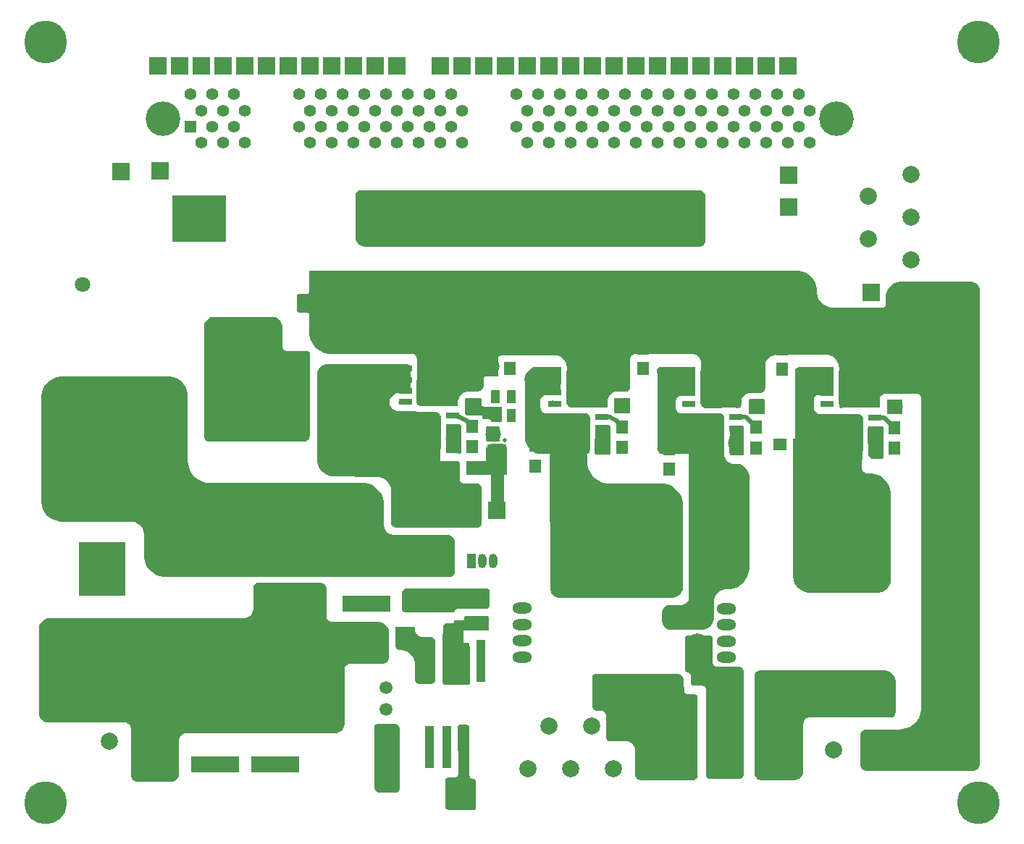
<source format=gtl>
G04 Layer_Physical_Order=1*
G04 Layer_Color=255*
%FSLAX44Y44*%
%MOMM*%
G71*
G01*
G75*
%ADD10C,0.3000*%
%ADD11R,5.7000X1.9000*%
%ADD12R,1.0000X5.0000*%
%ADD13R,1.0000X1.5000*%
%ADD14R,1.2500X1.5000*%
%ADD15R,1.5000X0.8000*%
%ADD16R,1.2000X0.8000*%
%ADD17R,0.4000X0.3500*%
%ADD18R,0.9000X0.3500*%
%ADD19R,4.0000X5.5000*%
%ADD20R,2.7000X1.6000*%
%ADD21R,5.5000X5.8000*%
%ADD22R,6.3500X5.4000*%
%ADD23R,5.4000X6.3500*%
%ADD24R,5.8000X5.5000*%
%ADD25R,1.4000X1.5000*%
%ADD26R,1.5000X1.4000*%
%ADD27C,1.5000*%
%ADD28C,0.5000*%
%ADD29C,1.0000*%
%ADD30R,3.9000X4.0000*%
%ADD31R,2.0000X2.0000*%
%ADD32R,2.0000X2.0000*%
%ADD33O,1.9000X2.5400*%
%ADD34O,2.3000X1.3000*%
%ADD35C,1.5000*%
%ADD36C,2.0000*%
%ADD37R,1.0000X1.7000*%
%ADD38O,1.0000X1.7000*%
%ADD39O,2.0000X2.5000*%
%ADD40C,5.0000*%
%ADD41C,1.4000*%
%ADD42R,1.4000X1.4000*%
%ADD43C,4.0400*%
%ADD44C,1.8000*%
%ADD45C,0.5000*%
%ADD46C,0.4000*%
%ADD47C,2.5000*%
%ADD48C,0.6000*%
%ADD49C,4.5000*%
G36*
X632460Y539778D02*
X632589Y539649D01*
X632729Y539312D01*
Y538946D01*
X632589Y538609D01*
X632460Y538480D01*
X632538Y535253D01*
X631809Y509644D01*
X629413Y507228D01*
X615950Y506730D01*
X615950Y506730D01*
X614781Y506683D01*
X612529Y506077D01*
X610552Y504838D01*
X609023Y503076D01*
X608471Y502045D01*
X608471Y491490D01*
X608471Y491490D01*
X608600Y490781D01*
X609063Y489417D01*
X609783Y488171D01*
X610732Y487088D01*
X611875Y486212D01*
X613166Y485575D01*
X614557Y485203D01*
X615994Y485109D01*
X616712Y485168D01*
X661924D01*
X661924Y485168D01*
X662786Y485014D01*
X664260Y484069D01*
X665260Y482632D01*
X665634Y480922D01*
X665480Y480060D01*
X665480Y441452D01*
X665480Y441452D01*
X665578Y440849D01*
X665298Y439658D01*
X664583Y438666D01*
X663543Y438022D01*
X662940Y437924D01*
X662679D01*
X663250Y436544D01*
Y435500D01*
Y428650D01*
X663372Y426160D01*
X664344Y421277D01*
X666249Y416676D01*
X669016Y412536D01*
X672536Y409016D01*
X676676Y406249D01*
X681277Y404344D01*
X686160Y403372D01*
X688650Y403250D01*
X752102D01*
X757009Y402274D01*
X761631Y400359D01*
X765791Y397579D01*
X769329Y394041D01*
X772109Y389881D01*
X774024Y385259D01*
X775000Y380352D01*
Y377850D01*
Y282500D01*
Y281244D01*
X774510Y278781D01*
X773549Y276461D01*
X772154Y274372D01*
X770378Y272596D01*
X768289Y271201D01*
X765969Y270240D01*
X763506Y269750D01*
X629240D01*
X627260Y270144D01*
X625395Y270917D01*
X623716Y272038D01*
X622288Y273466D01*
X621167Y275145D01*
X620394Y277010D01*
X620000Y278990D01*
Y280000D01*
Y282250D01*
X619000Y435500D01*
Y436544D01*
X619571Y437924D01*
X608048D01*
X608047Y437924D01*
X606147Y438075D01*
X602478Y439115D01*
X599083Y440851D01*
X596093Y443216D01*
X593622Y446119D01*
X591765Y449450D01*
X590595Y453078D01*
X590156Y456866D01*
X590310Y458766D01*
X590310Y520206D01*
X590310Y520205D01*
X589934Y521758D01*
X589804Y524949D01*
X590298Y528105D01*
X591399Y531104D01*
X593064Y533830D01*
X595229Y536180D01*
X597810Y538061D01*
X600709Y539403D01*
X602262Y539778D01*
X632460Y539778D01*
X632460Y539778D01*
D02*
G37*
G36*
X547633Y279695D02*
X548195Y279133D01*
X548500Y278398D01*
Y278000D01*
Y261000D01*
Y260055D01*
X547777Y258309D01*
X546441Y256973D01*
X544695Y256250D01*
X510750D01*
X510165Y256192D01*
X509083Y255744D01*
X508256Y254917D01*
X507808Y253835D01*
X507750Y253250D01*
Y253151D01*
X507674Y252967D01*
X507533Y252826D01*
X507349Y252750D01*
X449554D01*
X448267Y253283D01*
X447283Y254267D01*
X446750Y255554D01*
Y256250D01*
Y275750D01*
Y276595D01*
X447397Y278157D01*
X448593Y279353D01*
X450155Y280000D01*
X546898D01*
X547633Y279695D01*
D02*
G37*
G36*
X769112Y180594D02*
X769924Y180461D01*
X771464Y179883D01*
X772861Y179015D01*
X774063Y177892D01*
X775023Y176555D01*
X775703Y175058D01*
X776078Y173456D01*
X776133Y171812D01*
X776000Y171000D01*
X776000D01*
X776190Y159343D01*
X777045Y158064D01*
X778934Y156875D01*
X781144Y156558D01*
X782250Y156750D01*
X782250D01*
X787500Y156750D01*
X788445D01*
X790191Y156027D01*
X791527Y154691D01*
X792250Y152945D01*
Y152000D01*
X792250Y62000D01*
X792336Y60969D01*
X791705Y59000D01*
X790369Y57421D01*
X788531Y56474D01*
X787500Y56388D01*
X787500Y56388D01*
X770879D01*
X770879Y56388D01*
X770128Y56388D01*
X725003D01*
X723678Y56652D01*
X722430Y57168D01*
X721306Y57919D01*
X720351Y58874D01*
X719601Y59998D01*
X719083Y61246D01*
X718820Y62571D01*
Y63246D01*
Y91948D01*
X718775Y92869D01*
X718415Y94676D01*
X717710Y96378D01*
X716687Y97910D01*
X715384Y99213D01*
X713852Y100236D01*
X712150Y100941D01*
X710343Y101301D01*
X709422Y101346D01*
X689412D01*
X687638Y102081D01*
X686281Y103438D01*
X685546Y105212D01*
Y106172D01*
Y131064D01*
X685429Y132253D01*
X684519Y134451D01*
X682837Y136133D01*
X680639Y137043D01*
X679450Y137160D01*
X673665D01*
X671425Y138088D01*
X669710Y139803D01*
X668782Y142043D01*
Y143256D01*
Y176784D01*
X668782Y177542D01*
X669362Y178942D01*
X670434Y180014D01*
X671834Y180594D01*
X672592Y180594D01*
X672592Y180594D01*
X769112Y180594D01*
D02*
G37*
G36*
X173228Y528320D02*
X175480Y528320D01*
X179896Y527441D01*
X184056Y525718D01*
X187800Y523217D01*
X190984Y520032D01*
X193486Y516288D01*
X195209Y512128D01*
X196088Y507711D01*
X196088Y505460D01*
X196088Y505460D01*
Y429514D01*
X196210Y427024D01*
X197182Y422141D01*
X199087Y417541D01*
X201854Y413400D01*
X205374Y409879D01*
X209515Y407113D01*
X214115Y405208D01*
X218998Y404236D01*
X221488Y404114D01*
X402298D01*
X407205Y403138D01*
X411827Y401223D01*
X415988Y398443D01*
X419525Y394906D01*
X422305Y390745D01*
X424220Y386123D01*
X425196Y381216D01*
Y378714D01*
Y354554D01*
X425251Y353437D01*
X425687Y351245D01*
X426542Y349180D01*
X427784Y347322D01*
X429364Y345742D01*
X431222Y344500D01*
X433287Y343645D01*
X435479Y343209D01*
X436596Y343154D01*
X436596D01*
X498602Y343154D01*
X499553D01*
X501417Y342783D01*
X503174Y342056D01*
X504755Y340999D01*
X506099Y339655D01*
X507155Y338074D01*
X507883Y336317D01*
X508254Y334453D01*
Y333502D01*
Y300482D01*
Y299832D01*
X508000Y298556D01*
X507502Y297354D01*
X506780Y296272D01*
X505860Y295352D01*
X504778Y294630D01*
X503576Y294132D01*
X502300Y293878D01*
X167678D01*
X162771Y294854D01*
X158149Y296769D01*
X153988Y299548D01*
X150450Y303086D01*
X147671Y307247D01*
X145756Y311869D01*
X144780Y316776D01*
Y319278D01*
X144780Y343154D01*
X144705Y344673D01*
X144113Y347652D01*
X142950Y350458D01*
X141263Y352983D01*
X139115Y355131D01*
X136590Y356819D01*
X133784Y357981D01*
X130805Y358573D01*
X129286Y358648D01*
X129286Y358648D01*
X47282D01*
X42375Y359624D01*
X37753Y361539D01*
X33592Y364319D01*
X30055Y367856D01*
X27275Y372017D01*
X25360Y376639D01*
X24384Y381546D01*
Y384048D01*
Y502920D01*
Y505422D01*
X25360Y510329D01*
X27275Y514951D01*
X30055Y519112D01*
X33592Y522649D01*
X37753Y525429D01*
X42375Y527344D01*
X47282Y528320D01*
X49784D01*
X173228Y528320D01*
D02*
G37*
G36*
X687169Y471613D02*
X687860Y471485D01*
X689038Y470721D01*
X689835Y469564D01*
X690127Y468190D01*
X690000Y467500D01*
X690000Y467500D01*
X690000Y438250D01*
X689811Y437826D01*
X689136Y437187D01*
X688269Y436854D01*
X687340Y436879D01*
X686916Y437069D01*
X674215Y437069D01*
X673761D01*
X672921Y437417D01*
X672278Y438060D01*
X671929Y438900D01*
Y439355D01*
X672184Y470597D01*
Y470851D01*
Y471002D01*
X672299Y471282D01*
X672514Y471497D01*
X672794Y471613D01*
X672945D01*
X687169Y471613D01*
D02*
G37*
G36*
X845303Y470899D02*
X845803Y470399D01*
X846074Y469746D01*
Y469392D01*
Y437642D01*
Y437339D01*
X845842Y436779D01*
X845413Y436350D01*
X844853Y436118D01*
X830988D01*
X830335Y436389D01*
X829835Y436889D01*
X829564Y437542D01*
Y437896D01*
X829818Y469392D01*
Y470662D01*
Y470763D01*
X829895Y470950D01*
X830038Y471093D01*
X830225Y471170D01*
X844650D01*
X845303Y470899D01*
D02*
G37*
G36*
X565268Y449422D02*
Y445798D01*
X569468D01*
X569468Y415572D01*
Y415117D01*
X569120Y414277D01*
X568477Y413634D01*
X567637Y413286D01*
X523344D01*
X522597Y413595D01*
X522025Y414167D01*
X521716Y414914D01*
Y415318D01*
Y428526D01*
Y428627D01*
X521793Y428814D01*
X521936Y428957D01*
X522123Y429034D01*
X543052D01*
X543349Y429063D01*
X543899Y429291D01*
X544319Y429711D01*
X544547Y430261D01*
X544576Y430558D01*
X544576Y445798D01*
X549518D01*
Y449422D01*
X565268Y449422D01*
D02*
G37*
G36*
X353357Y286493D02*
X354651Y285957D01*
X355816Y285178D01*
X356806Y284188D01*
X357585Y283023D01*
X358121Y281728D01*
X358394Y280354D01*
Y279654D01*
Y247650D01*
X358521Y246362D01*
X359507Y243981D01*
X361329Y242159D01*
X363710Y241173D01*
X364998Y241046D01*
X420555D01*
X422910Y240577D01*
X425129Y239658D01*
X427126Y238324D01*
X428824Y236626D01*
X430158Y234629D01*
X431077Y232410D01*
X431546Y230055D01*
Y228854D01*
Y200660D01*
Y199809D01*
X431214Y198141D01*
X430563Y196569D01*
X429618Y195155D01*
X428415Y193952D01*
X427001Y193007D01*
X425429Y192356D01*
X423761Y192024D01*
X385318D01*
X384178Y191912D01*
X382072Y191039D01*
X380461Y189428D01*
X379588Y187322D01*
X379476Y186182D01*
Y122174D01*
Y121098D01*
X379056Y118988D01*
X378233Y117001D01*
X377038Y115212D01*
X375516Y113690D01*
X373727Y112495D01*
X371740Y111672D01*
X369630Y111252D01*
X194818D01*
X193922Y111208D01*
X192164Y110858D01*
X190508Y110172D01*
X189017Y109176D01*
X187750Y107909D01*
X186754Y106418D01*
X186068Y104762D01*
X185718Y103004D01*
X185674Y102108D01*
Y64516D01*
Y63490D01*
X185274Y61478D01*
X184489Y59583D01*
X183349Y57877D01*
X181898Y56427D01*
X180193Y55287D01*
X178298Y54502D01*
X176286Y54102D01*
X136867D01*
X135297Y54414D01*
X133818Y55027D01*
X132487Y55917D01*
X131355Y57049D01*
X130465Y58380D01*
X129852Y59859D01*
X129540Y61429D01*
Y62230D01*
Y116078D01*
X129503Y116825D01*
X129212Y118290D01*
X128640Y119670D01*
X127810Y120912D01*
X126754Y121968D01*
X125512Y122798D01*
X124132Y123370D01*
X122667Y123661D01*
X121920Y123698D01*
X32148D01*
X29940Y124137D01*
X27860Y124999D01*
X25988Y126250D01*
X24396Y127842D01*
X23145Y129714D01*
X22283Y131794D01*
X21844Y134002D01*
Y135128D01*
Y231902D01*
Y233278D01*
X22381Y235977D01*
X23434Y238519D01*
X24963Y240807D01*
X26909Y242753D01*
X29197Y244282D01*
X31739Y245335D01*
X34438Y245872D01*
X261874D01*
X262945Y245925D01*
X265044Y246342D01*
X267023Y247162D01*
X268803Y248351D01*
X270317Y249865D01*
X271506Y251645D01*
X272326Y253624D01*
X272743Y255723D01*
X272796Y256794D01*
Y281432D01*
Y282493D01*
X273608Y284454D01*
X275109Y285954D01*
X277069Y286766D01*
X351982D01*
X353357Y286493D01*
D02*
G37*
G36*
X441399Y121087D02*
X443087Y119399D01*
X444000Y117193D01*
Y116000D01*
Y47000D01*
Y46005D01*
X443239Y44168D01*
X441832Y42761D01*
X439995Y42000D01*
X418806D01*
X416601Y42913D01*
X414913Y44601D01*
X414000Y46807D01*
Y48000D01*
Y118000D01*
Y118796D01*
X414609Y120266D01*
X415734Y121391D01*
X417204Y122000D01*
X439193D01*
X441399Y121087D01*
D02*
G37*
G36*
X523544Y120744D02*
X524830Y119458D01*
X525526Y117777D01*
Y116868D01*
Y61496D01*
X525594Y60802D01*
X526125Y59520D01*
X527106Y58539D01*
X528388Y58008D01*
X529082Y57940D01*
X529890D01*
X531384Y57321D01*
X532527Y56178D01*
X533146Y54684D01*
Y53876D01*
Y23904D01*
Y23449D01*
X532798Y22609D01*
X532155Y21966D01*
X531315Y21618D01*
X500283D01*
X498696Y22275D01*
X497481Y23490D01*
X496824Y25077D01*
Y25936D01*
Y54638D01*
Y55648D01*
X497597Y57516D01*
X499026Y58945D01*
X500894Y59718D01*
X508762D01*
X509456Y59786D01*
X510738Y60317D01*
X511719Y61298D01*
X512250Y62580D01*
X512318Y63274D01*
X511810Y116106D01*
Y118392D01*
Y118998D01*
X512274Y120119D01*
X513131Y120976D01*
X514252Y121440D01*
X521863D01*
X523544Y120744D01*
D02*
G37*
G36*
X807634Y225364D02*
X808548Y224732D01*
X809150Y223797D01*
X809250Y223250D01*
X809250Y223250D01*
Y194500D01*
X809360Y193378D01*
X810219Y191305D01*
X811805Y189719D01*
X813878Y188860D01*
X814999Y188750D01*
X815000D01*
X832750Y188750D01*
X840944D01*
X843149Y187836D01*
X844837Y186149D01*
X845750Y183943D01*
Y182750D01*
X845750Y62750D01*
X845775Y61830D01*
X845117Y60111D01*
X843851Y58775D01*
X842170Y58025D01*
X841250Y58000D01*
X841250D01*
X833896Y58000D01*
Y58000D01*
X806000D01*
X805204Y58000D01*
X803734Y58609D01*
X802609Y59734D01*
X802000Y61204D01*
X802000Y62000D01*
Y62000D01*
X802000Y162500D01*
X801923Y163280D01*
X801326Y164722D01*
X800222Y165826D01*
X798780Y166423D01*
X798000Y166500D01*
X798000Y166500D01*
X787750D01*
X787054Y166500D01*
X785767Y167033D01*
X784783Y168017D01*
X784250Y169304D01*
X784250Y170000D01*
Y170000D01*
X784250Y178188D01*
X784183Y178836D01*
X783744Y180060D01*
X782939Y181081D01*
X781853Y181795D01*
X781238Y182012D01*
Y182012D01*
X780528Y181954D01*
X779191Y182445D01*
X778183Y183452D01*
X777692Y184790D01*
X777750Y185500D01*
X777750Y185500D01*
X777750Y222750D01*
X777750Y223297D01*
X778169Y224307D01*
X778942Y225081D01*
X779952Y225499D01*
X780499D01*
X780500Y225500D01*
X806000Y225500D01*
X806547Y225599D01*
X807634Y225364D01*
D02*
G37*
G36*
X460713Y235293D02*
X461071Y234935D01*
X461264Y234469D01*
Y234216D01*
X461317Y233145D01*
X461734Y231045D01*
X462554Y229067D01*
X463743Y227287D01*
X465257Y225773D01*
X467037Y224584D01*
X469016Y223764D01*
X471115Y223347D01*
X472186Y223294D01*
X479806D01*
X479806Y223294D01*
X480867Y223294D01*
X482827Y222482D01*
X484328Y220981D01*
X485140Y219021D01*
X485140Y217960D01*
X485140Y173256D01*
Y172346D01*
X484444Y170666D01*
X483158Y169380D01*
X481477Y168684D01*
X466852D01*
X466852Y168684D01*
X465791Y168684D01*
X463830Y169496D01*
X462330Y170996D01*
X461518Y172957D01*
X461518Y174018D01*
Y191544D01*
X461437Y193187D01*
X460796Y196410D01*
X459538Y199447D01*
X457713Y202179D01*
X455389Y204503D01*
X452657Y206329D01*
X449620Y207586D01*
X446397Y208227D01*
X444754Y208308D01*
X443592Y208308D01*
X441445Y209197D01*
X439801Y210841D01*
X438912Y212988D01*
X438912Y214150D01*
Y227104D01*
Y235486D01*
X460247D01*
X460713Y235293D01*
D02*
G37*
G36*
X547725Y247672D02*
X548154Y247243D01*
X548386Y246683D01*
Y246380D01*
Y232918D01*
Y232665D01*
X548193Y232199D01*
X547835Y231841D01*
X547369Y231648D01*
X519430D01*
X519182Y231624D01*
X518724Y231434D01*
X518374Y231084D01*
X518184Y230626D01*
X518160Y230378D01*
Y218186D01*
X518189Y217889D01*
X518417Y217339D01*
X518837Y216919D01*
X519387Y216691D01*
X519684Y216662D01*
X523898D01*
X524645Y216353D01*
X525217Y215781D01*
X525526Y215034D01*
Y214630D01*
Y212828D01*
X525780Y212215D01*
Y211356D01*
Y169954D01*
Y169449D01*
X525393Y168515D01*
X524679Y167801D01*
X523745Y167414D01*
X496060D01*
X495250Y167749D01*
X494631Y168369D01*
X494295Y169178D01*
Y169616D01*
X493522Y171483D01*
Y172494D01*
X493776Y211610D01*
Y212626D01*
Y213232D01*
X494240Y214352D01*
X494295Y214408D01*
Y234961D01*
Y235868D01*
X494990Y237545D01*
X496273Y238828D01*
X497949Y239522D01*
X504698D01*
X505193Y239571D01*
X506109Y239950D01*
X506810Y240651D01*
X507189Y241566D01*
X507238Y242062D01*
Y242315D01*
X507431Y242781D01*
X507789Y243139D01*
X508255Y243332D01*
X517398D01*
X517745Y243366D01*
X518386Y243632D01*
X518876Y244122D01*
X519142Y244763D01*
X519176Y245110D01*
Y246380D01*
Y246683D01*
X519408Y247243D01*
X519837Y247672D01*
X520397Y247904D01*
X547165D01*
X547725Y247672D01*
D02*
G37*
G36*
X1014265Y184150D02*
X1016668Y183155D01*
X1018832Y181709D01*
X1020671Y179870D01*
X1022117Y177706D01*
X1023112Y175303D01*
X1023620Y172751D01*
Y171450D01*
Y136144D01*
Y135469D01*
X1023356Y134144D01*
X1022840Y132895D01*
X1022089Y131772D01*
X1021134Y130817D01*
X1020011Y130066D01*
X1018762Y129550D01*
X1017437Y129286D01*
X1016762D01*
X923036Y129286D01*
X922314Y129250D01*
X920898Y128969D01*
X919564Y128416D01*
X918363Y127614D01*
X917342Y126593D01*
X916540Y125392D01*
X915987Y124058D01*
X915705Y122642D01*
X915670Y121920D01*
X915670Y121920D01*
Y67056D01*
Y66005D01*
X915260Y63944D01*
X914456Y62003D01*
X913288Y60255D01*
X911802Y58770D01*
X910055Y57602D01*
X908114Y56798D01*
X906053Y56388D01*
X867410D01*
X866023Y56388D01*
X863368Y57189D01*
X861058Y58722D01*
X859289Y60858D01*
X858750Y62135D01*
Y62135D01*
Y180112D01*
X859225Y181131D01*
X860707Y182821D01*
X862604Y184029D01*
X864762Y184658D01*
X865886D01*
X865886Y184658D01*
X1011713D01*
X1014265Y184150D01*
D02*
G37*
G36*
X512920Y472863D02*
X513610Y472735D01*
X514789Y471971D01*
X515585Y470814D01*
X515878Y469440D01*
X515750Y468750D01*
X515750Y468750D01*
X515750Y439500D01*
X515561Y439076D01*
X514886Y438437D01*
X514019Y438104D01*
X513090Y438130D01*
X512665Y438319D01*
X499966Y438319D01*
X499511D01*
X498671Y438667D01*
X498028Y439310D01*
X497680Y440150D01*
Y440605D01*
X497934Y471847D01*
Y472101D01*
Y472252D01*
X498050Y472533D01*
X498264Y472747D01*
X498544Y472863D01*
X498696D01*
X512920Y472863D01*
D02*
G37*
G36*
X950900Y539154D02*
X951114Y538940D01*
X951230Y538660D01*
Y538508D01*
X951230Y506836D01*
X950833Y506236D01*
X950833D01*
X950660Y506162D01*
X950286Y506123D01*
X949917Y506195D01*
X949585Y506371D01*
X949452Y506504D01*
X932329Y506504D01*
X932329Y506504D01*
X931556Y506428D01*
X930129Y505837D01*
X929037Y504744D01*
X928446Y503317D01*
X928370Y502545D01*
X928370Y491010D01*
Y491010D01*
X928492Y489771D01*
X929440Y487482D01*
X931192Y485730D01*
X933481Y484782D01*
X934720Y484660D01*
X979932Y484660D01*
X980892D01*
X982666Y483925D01*
X984023Y482568D01*
X984758Y480794D01*
Y479834D01*
Y441226D01*
X984758Y441226D01*
X984758Y440468D01*
X984692Y440308D01*
X984753Y439175D01*
X983960Y422230D01*
X983960Y422230D01*
X983965Y421486D01*
X984216Y420020D01*
X984776Y418642D01*
X985618Y417417D01*
X986703Y416400D01*
X987982Y415641D01*
X989394Y415174D01*
X990873Y415020D01*
X991616Y415064D01*
X992886Y415064D01*
X995388D01*
X1000295Y414088D01*
X1004917Y412173D01*
X1009078Y409393D01*
X1012615Y405855D01*
X1015395Y401695D01*
X1017310Y397073D01*
X1018286Y392166D01*
Y389664D01*
Y291874D01*
Y290248D01*
X1017652Y287058D01*
X1016407Y284054D01*
X1014600Y281350D01*
X1012300Y279050D01*
X1009596Y277243D01*
X1006592Y275998D01*
X1003402Y275364D01*
X924052D01*
X924052Y275364D01*
X922000Y275364D01*
X917976Y276164D01*
X914186Y277735D01*
X910775Y280014D01*
X907874Y282915D01*
X905594Y286326D01*
X904024Y290117D01*
X903224Y294141D01*
X903224Y296192D01*
Y453418D01*
D01*
Y454302D01*
Y454626D01*
X903472Y455224D01*
X903930Y455682D01*
X904528Y455930D01*
X905054D01*
X905292Y455953D01*
X905731Y456135D01*
X906067Y456471D01*
X906249Y456910D01*
X906272Y457148D01*
Y454626D01*
X906286D01*
X906286Y532652D01*
X905929Y533612D01*
X906005Y535658D01*
X906859Y537520D01*
X908360Y538914D01*
X909320Y539270D01*
X950468Y539270D01*
X950620D01*
X950900Y539154D01*
D02*
G37*
G36*
X789356Y539408D02*
X789570Y539194D01*
X789686Y538914D01*
Y538762D01*
Y506758D01*
X789686Y506758D01*
X789661Y506480D01*
X789401Y505986D01*
X788973Y505629D01*
X788440Y505463D01*
X788162Y505488D01*
X772160D01*
X772160Y505488D01*
X771097Y505358D01*
X769147Y504497D01*
X767676Y502955D01*
X766906Y500968D01*
X766826Y499900D01*
X766826Y491264D01*
Y491264D01*
X766948Y490025D01*
X767896Y487736D01*
X769648Y485984D01*
X771937Y485036D01*
X773176Y484914D01*
X818388Y484914D01*
X819348D01*
X821122Y484179D01*
X822479Y482822D01*
X823214Y481048D01*
Y480088D01*
Y441480D01*
Y436654D01*
X823264Y435633D01*
X823662Y433631D01*
X824444Y431745D01*
X825578Y430047D01*
X827021Y428604D01*
X828719Y427470D01*
X830605Y426688D01*
X832607Y426290D01*
X833628Y426240D01*
X836930D01*
X836930Y426240D01*
X838456Y426240D01*
X841449Y425645D01*
X844269Y424477D01*
X846807Y422781D01*
X848965Y420623D01*
X850661Y418085D01*
X851829Y415265D01*
X852424Y412272D01*
X852424Y410746D01*
X852424Y304828D01*
Y302326D01*
X851448Y297419D01*
X849533Y292797D01*
X846753Y288636D01*
X843215Y285098D01*
X839055Y282319D01*
X834433Y280404D01*
X829526Y279428D01*
X825500D01*
X824106Y279359D01*
X821371Y278815D01*
X818795Y277748D01*
X816476Y276199D01*
X814505Y274228D01*
X812955Y271909D01*
X811889Y269333D01*
X811345Y266598D01*
X811276Y265204D01*
X811276Y246408D01*
X811276Y246408D01*
X811276Y244995D01*
X810725Y242225D01*
X809644Y239615D01*
X808074Y237265D01*
X806076Y235268D01*
X803727Y233698D01*
X801117Y232617D01*
X798346Y232066D01*
X796934Y232066D01*
X788596D01*
X788625Y231875D01*
X761375Y231875D01*
X761375D01*
X760329Y231875D01*
X758276Y232283D01*
X756342Y233084D01*
X754602Y234247D01*
X753122Y235727D01*
X751959Y237467D01*
X751158Y239401D01*
X750750Y241453D01*
Y242500D01*
Y252750D01*
X750750Y252750D01*
X750750Y253587D01*
X751077Y255229D01*
X751717Y256776D01*
X752647Y258168D01*
X753831Y259352D01*
X755224Y260283D01*
X756771Y260923D01*
X758413Y261250D01*
X759250Y261250D01*
X772500Y261250D01*
X773480Y261298D01*
X775403Y261681D01*
X777214Y262431D01*
X778844Y263520D01*
X780230Y264906D01*
X781319Y266536D01*
X781930Y268010D01*
Y437670D01*
X750570D01*
X749915Y437763D01*
X748668Y438201D01*
X747529Y438874D01*
X746544Y439757D01*
X745750Y440814D01*
X745178Y442006D01*
X744849Y443287D01*
X744776Y444607D01*
X744869Y445262D01*
Y532779D01*
X744869D01*
X744487Y533739D01*
X744517Y535805D01*
X745334Y537702D01*
X746816Y539142D01*
X747776Y539524D01*
X788924Y539524D01*
X789076D01*
X789356Y539408D01*
D02*
G37*
G36*
X712909Y503160D02*
X713120Y502949D01*
X713234Y502673D01*
Y502524D01*
Y486524D01*
Y486375D01*
Y486151D01*
X713063Y485738D01*
X712746Y485421D01*
X712333Y485250D01*
X696155D01*
X695503Y485520D01*
X695004Y486019D01*
X694734Y486671D01*
Y487024D01*
X694734Y502274D01*
X694734Y502274D01*
X694734Y502473D01*
X694886Y502840D01*
X695167Y503122D01*
X695535Y503274D01*
X695734Y503274D01*
X712484Y503274D01*
X712633D01*
X712909Y503160D01*
D02*
G37*
G36*
X796078Y745753D02*
X797373Y745217D01*
X798538Y744438D01*
X799528Y743448D01*
X800307Y742283D01*
X800843Y740988D01*
X801116Y739614D01*
Y738914D01*
Y687860D01*
Y687085D01*
X800813Y685563D01*
X800220Y684130D01*
X799358Y682841D01*
X798261Y681744D01*
X796972Y680882D01*
X795539Y680289D01*
X794017Y679986D01*
X402913D01*
X400558Y680454D01*
X398339Y681374D01*
X396342Y682708D01*
X394644Y684406D01*
X393310Y686403D01*
X392391Y688622D01*
X391922Y690977D01*
Y692178D01*
Y739930D01*
Y741143D01*
X392850Y743383D01*
X394565Y745098D01*
X396805Y746026D01*
X794705D01*
X796078Y745753D01*
D02*
G37*
G36*
X914713Y650990D02*
X918966Y649228D01*
X922793Y646670D01*
X926048Y643415D01*
X928605Y639588D01*
X930366Y635335D01*
X931264Y630820D01*
X931264Y628518D01*
X931265Y628520D01*
X931359Y626603D01*
X932107Y622842D01*
X933574Y619300D01*
X935704Y616112D01*
X938415Y613401D01*
X941602Y611271D01*
X945144Y609804D01*
X948905Y609056D01*
X950822Y608961D01*
X950823D01*
X1002091Y608961D01*
Y608961D01*
X1002030D01*
Y609092D01*
X1002091Y608961D01*
X1008503D01*
X1009173Y609027D01*
X1010411Y609540D01*
X1011357Y610487D01*
X1011870Y611724D01*
X1011936Y612394D01*
Y608584D01*
Y608267D01*
X1012000Y608254D01*
Y621000D01*
Y622822D01*
X1012711Y626396D01*
X1014106Y629763D01*
X1016130Y632793D01*
X1018707Y635370D01*
X1021737Y637394D01*
X1025104Y638789D01*
X1028678Y639500D01*
X1030500D01*
X1111500Y639500D01*
X1112620Y639438D01*
X1114794Y638881D01*
X1116817Y637909D01*
X1118612Y636562D01*
X1120109Y634891D01*
X1121252Y632959D01*
X1121995Y630842D01*
X1122311Y628620D01*
X1122250Y627500D01*
X1122250Y627500D01*
X1122250Y576542D01*
X1122426Y576117D01*
Y575056D01*
Y76454D01*
Y75503D01*
X1122055Y73639D01*
X1121328Y71882D01*
X1120271Y70301D01*
X1118927Y68957D01*
X1117346Y67901D01*
X1115589Y67173D01*
X1113725Y66802D01*
X989520D01*
X987901Y67124D01*
X986376Y67756D01*
X985003Y68673D01*
X983835Y69841D01*
X982918Y71214D01*
X982286Y72739D01*
X981964Y74358D01*
Y75184D01*
Y108458D01*
Y109158D01*
X982237Y110533D01*
X982773Y111827D01*
X983552Y112992D01*
X984542Y113982D01*
X985707Y114761D01*
X987001Y115297D01*
X988375Y115570D01*
X1028446D01*
X1030936Y115692D01*
X1035819Y116664D01*
X1040419Y118569D01*
X1044560Y121335D01*
X1048081Y124856D01*
X1050847Y128996D01*
X1052752Y133597D01*
X1053724Y138480D01*
X1053846Y140970D01*
Y502666D01*
X1053744Y503707D01*
X1052947Y505629D01*
X1051475Y507101D01*
X1049553Y507897D01*
X1048512Y508000D01*
X1029214D01*
X1028899Y507869D01*
X1011021D01*
X1009832Y507752D01*
X1007634Y506842D01*
X1005952Y505160D01*
X1005042Y502963D01*
X1004925Y501773D01*
X1004925Y493108D01*
X1004925Y492863D01*
X1004778Y492396D01*
X1004498Y491995D01*
X1004109Y491697D01*
X1003879Y491614D01*
X1003880Y491614D01*
X961555Y491614D01*
X961018Y491445D01*
X959894Y491400D01*
X958797Y491648D01*
X957802Y492174D01*
X957390Y492557D01*
Y492557D01*
Y538640D01*
X957318Y540105D01*
X956747Y542980D01*
X955625Y545687D01*
X953997Y548124D01*
X951925Y550196D01*
X949488Y551824D01*
X946780Y552945D01*
X943906Y553517D01*
X942440Y553588D01*
X942441Y553589D01*
X884551Y553590D01*
X883230Y553525D01*
X880637Y553009D01*
X878195Y551998D01*
X875996Y550529D01*
X874127Y548660D01*
X872659Y546462D01*
X871647Y544019D01*
X871132Y541427D01*
X871067Y540105D01*
Y540105D01*
X871067Y515490D01*
Y514814D01*
X870804Y513489D01*
X870287Y512241D01*
X869536Y511118D01*
X868581Y510163D01*
X867458Y509412D01*
X866209Y508895D01*
X864884Y508632D01*
X864209D01*
X855131Y508631D01*
X854014Y508749D01*
X851774Y508621D01*
X849613Y508015D01*
X847633Y506959D01*
X845925Y505503D01*
X844570Y503715D01*
X843629Y501678D01*
X843148Y499486D01*
X843087Y498364D01*
X843087Y498364D01*
X843159Y497724D01*
X843094Y497083D01*
X843000Y491750D01*
X837644Y491609D01*
X837644Y491609D01*
X837000Y491614D01*
X837000D01*
X837000D01*
X837000D01*
X803757Y491359D01*
X803095Y491247D01*
X801752Y491286D01*
X800442Y491586D01*
X799216Y492136D01*
X798121Y492914D01*
X797198Y493891D01*
X796484Y495029D01*
X796006Y496285D01*
X795894Y496948D01*
X795894Y496948D01*
X795894Y545196D01*
X795823Y546142D01*
X795405Y547991D01*
X794634Y549722D01*
X793540Y551269D01*
X792165Y552574D01*
X790563Y553585D01*
X788793Y554263D01*
X786925Y554584D01*
X785977Y554605D01*
X785977Y554605D01*
X719452Y554605D01*
X718802Y554574D01*
X717528Y554321D01*
X716327Y553824D01*
X715247Y553102D01*
X714328Y552183D01*
X713607Y551103D01*
X713110Y549903D01*
X712857Y548629D01*
X712825Y547979D01*
Y547979D01*
Y547979D01*
D01*
X712825Y515235D01*
Y514377D01*
X712168Y512790D01*
X710953Y511575D01*
X709366Y510918D01*
X708507D01*
X698347Y510918D01*
X697227Y510863D01*
X695029Y510426D01*
X692958Y509569D01*
X691095Y508324D01*
X689510Y506740D01*
X688266Y504876D01*
X687408Y502806D01*
X686972Y500608D01*
X686917Y499487D01*
Y493417D01*
X686917Y493058D01*
X686643Y492395D01*
X686135Y491888D01*
X685472Y491613D01*
X685113Y491614D01*
X685114Y491614D01*
X645515D01*
X644815Y491689D01*
X643470Y492109D01*
X642233Y492784D01*
X641152Y493687D01*
X640267Y494784D01*
X639613Y496032D01*
X639216Y497384D01*
X639090Y498787D01*
X639165Y499487D01*
Y499487D01*
X639165Y539619D01*
X638996Y541034D01*
X638247Y543779D01*
X636977Y546325D01*
X635235Y548574D01*
X633087Y550440D01*
X630616Y551852D01*
X627918Y552754D01*
X625095Y553111D01*
X623671Y553081D01*
X623671Y553082D01*
X558139D01*
X556571Y553004D01*
X556478Y552986D01*
X562102D01*
X561557Y552932D01*
X560550Y552515D01*
X559779Y551744D01*
X559362Y550737D01*
X559308Y550192D01*
Y530126D01*
Y529823D01*
X559076Y529263D01*
X558647Y528834D01*
X558087Y528602D01*
X544830D01*
X544285Y528548D01*
X543278Y528131D01*
X542507Y527360D01*
X542137Y526468D01*
Y518792D01*
Y518016D01*
X541834Y516495D01*
X541241Y515062D01*
X540379Y513772D01*
X539282Y512675D01*
X537993Y511814D01*
X536560Y511220D01*
X535039Y510918D01*
X534263D01*
X526897Y510918D01*
X525321Y510976D01*
X522200Y510557D01*
X519252Y509447D01*
X516631Y507702D01*
X514468Y505412D01*
X512877Y502695D01*
X511938Y499688D01*
X511700Y496548D01*
X511848Y494978D01*
X511848Y494978D01*
X511931Y494745D01*
X511904Y494251D01*
X511690Y493804D01*
X511322Y493474D01*
X511089Y493391D01*
X511089Y493391D01*
X468985Y493391D01*
X467803Y493450D01*
X465679Y494495D01*
X464143Y496296D01*
X463448Y498559D01*
X463577Y499735D01*
X463577Y499735D01*
X463926Y548720D01*
X463898Y549355D01*
X463646Y550597D01*
X463142Y551761D01*
X462410Y552796D01*
X461480Y553658D01*
X460392Y554309D01*
X459194Y554722D01*
X457935Y554879D01*
X457301Y554859D01*
Y554859D01*
X363575Y554860D01*
X361073D01*
X356166Y555836D01*
X351544Y557750D01*
X347383Y560530D01*
X343846Y564068D01*
X341066Y568228D01*
X339151Y572851D01*
X338175Y577758D01*
Y580260D01*
Y601601D01*
X338074Y601500D01*
Y601500D01*
X337823Y601751D01*
X337444Y602095D01*
X336594Y602663D01*
X335650Y603054D01*
X334648Y603253D01*
X334137Y603278D01*
X326038D01*
X324917Y603742D01*
X324060Y604599D01*
X323596Y605720D01*
Y606326D01*
Y622328D01*
Y622833D01*
X323983Y623767D01*
X324697Y624481D01*
X325631Y624868D01*
X335026D01*
X335621Y624926D01*
X336719Y625382D01*
X337560Y626223D01*
X338015Y627321D01*
X338074Y627916D01*
X338098Y627668D01*
X338175Y627483D01*
Y651888D01*
X907897Y651888D01*
X910199Y651888D01*
X914713Y650990D01*
D02*
G37*
G36*
X454015Y542317D02*
X455193Y541816D01*
X456248Y541090D01*
X456692Y540629D01*
X456692Y509887D01*
X455070Y508727D01*
X441273Y508727D01*
X441273Y508727D01*
X440132Y508555D01*
X437941Y507838D01*
X435961Y506657D01*
X434291Y505069D01*
X433011Y503151D01*
X432184Y500999D01*
X431852Y498718D01*
X432029Y496420D01*
X432308Y495300D01*
X432597Y494475D01*
X433371Y492909D01*
X434390Y491489D01*
X435625Y490254D01*
X437044Y489235D01*
X438610Y488461D01*
X440280Y487950D01*
X442012Y487718D01*
X442886Y487708D01*
X483616Y486918D01*
X483616Y486918D01*
X484483Y487048D01*
X486232Y486917D01*
X487908Y486402D01*
X489429Y485528D01*
X490073Y484934D01*
X490294Y481837D01*
X490876Y448012D01*
X490876Y448012D01*
X491195Y446822D01*
X491294Y444360D01*
X491071Y443148D01*
D01*
Y431965D01*
X491123Y431438D01*
X491526Y430462D01*
X492273Y429716D01*
X493248Y429312D01*
X493776Y429260D01*
X491898D01*
X492000Y429250D01*
X492000Y429250D01*
X511000Y429250D01*
X511696Y429250D01*
X512983Y428717D01*
X513967Y427732D01*
X514500Y426446D01*
X514500Y425750D01*
X514500Y425750D01*
X514500Y406748D01*
X514723Y405982D01*
X515591Y404653D01*
X516902Y403757D01*
X518455Y403430D01*
X519250Y403500D01*
X519250Y403500D01*
X533775D01*
X534451Y403413D01*
X535743Y402977D01*
X536925Y402299D01*
X537952Y401402D01*
X538784Y400323D01*
X539389Y399102D01*
X539745Y397786D01*
X539837Y396426D01*
X539750Y395750D01*
X539750Y395750D01*
Y357250D01*
Y356057D01*
X538837Y353851D01*
X537149Y352163D01*
X534944Y351250D01*
X439610D01*
X438354Y351500D01*
X437171Y351990D01*
X436106Y352701D01*
X435201Y353606D01*
X434490Y354671D01*
X434000Y355854D01*
X433750Y357110D01*
Y357750D01*
X433750Y393500D01*
X433769Y395122D01*
X433330Y398333D01*
X432273Y401396D01*
X430639Y404194D01*
X428491Y406620D01*
X425910Y408580D01*
X422997Y409999D01*
X419862Y410822D01*
X418250Y411000D01*
X418250Y411000D01*
X364000Y412000D01*
X362092Y412283D01*
X358459Y413583D01*
X355150Y415567D01*
X352291Y418158D01*
X349993Y421257D01*
X348343Y424745D01*
X347406Y428488D01*
X347217Y432342D01*
X347500Y434250D01*
Y434250D01*
Y449672D01*
X347472Y449813D01*
Y451528D01*
X347472Y531904D01*
X347472Y532955D01*
X347881Y535016D01*
X348685Y536958D01*
X349853Y538705D01*
X351339Y540191D01*
X353086Y541358D01*
X355028Y542163D01*
X357089Y542572D01*
X358140Y542572D01*
X452120Y542572D01*
X452120Y542572D01*
X452760Y542572D01*
X454015Y542317D01*
D02*
G37*
G36*
X560133Y469696D02*
X560695Y469133D01*
X561000Y468398D01*
Y468000D01*
Y453000D01*
Y452801D01*
X560848Y452434D01*
X560566Y452152D01*
X560199Y452000D01*
X546602D01*
X545867Y452304D01*
X545304Y452867D01*
X545000Y453602D01*
Y454000D01*
Y469000D01*
Y469199D01*
X545152Y469566D01*
X545434Y469848D01*
X545801Y470000D01*
X559398D01*
X560133Y469696D01*
D02*
G37*
G36*
X298482Y597477D02*
X300562Y596615D01*
X302434Y595364D01*
X304026Y593772D01*
X305277Y591900D01*
X306139Y589820D01*
X306578Y587612D01*
Y586486D01*
Y564134D01*
X306690Y562994D01*
X307563Y560888D01*
X309174Y559277D01*
X311280Y558404D01*
X312420Y558292D01*
X335937D01*
X337150Y557789D01*
X338079Y556860D01*
X338582Y555647D01*
Y554990D01*
Y459486D01*
Y458760D01*
X338299Y457337D01*
X337744Y455997D01*
X336937Y454790D01*
X335911Y453764D01*
X334705Y452958D01*
X333365Y452403D01*
X331941Y452120D01*
X220225D01*
X217891Y453087D01*
X216105Y454873D01*
X215138Y457207D01*
Y458470D01*
Y586486D01*
Y587612D01*
X215577Y589820D01*
X216439Y591900D01*
X217690Y593772D01*
X219282Y595364D01*
X221154Y596615D01*
X223234Y597477D01*
X225442Y597916D01*
X296274D01*
X298482Y597477D01*
D02*
G37*
G36*
X1007807Y470004D02*
X1008533Y469652D01*
X1009161Y469146D01*
X1009411Y468828D01*
X1009411Y468829D01*
X1009788Y434267D01*
X1009796Y433887D01*
X1009516Y433178D01*
X1008984Y432634D01*
X1008282Y432339D01*
X1007901Y432339D01*
X997219D01*
X996057Y432339D01*
X993910Y433228D01*
X992266Y434872D01*
X991377Y437019D01*
X991377Y438181D01*
Y438181D01*
X991123Y462819D01*
Y467137D01*
Y467743D01*
X991587Y468863D01*
X992444Y469721D01*
X993565Y470185D01*
X994171D01*
X1006617Y470185D01*
X1007020Y470185D01*
X1007807Y470004D01*
D02*
G37*
G36*
X870135Y501952D02*
X870346Y501741D01*
X870460Y501465D01*
Y501316D01*
Y485316D01*
Y485167D01*
X870346Y484891D01*
X870135Y484680D01*
X869859Y484566D01*
X852961D01*
X852502Y484756D01*
X852150Y485108D01*
X851960Y485567D01*
Y485816D01*
Y501066D01*
Y501265D01*
X852112Y501632D01*
X852393Y501914D01*
X852761Y502066D01*
X869859D01*
X870135Y501952D01*
D02*
G37*
G36*
X1031425Y501636D02*
X1031636Y501425D01*
X1031750Y501149D01*
Y501000D01*
Y485000D01*
Y484851D01*
X1031636Y484575D01*
X1031425Y484364D01*
X1031149Y484250D01*
X1014201D01*
X1014109Y484288D01*
X1014074Y484324D01*
X1013792Y484440D01*
X1013440Y484792D01*
X1013250Y485251D01*
Y485500D01*
Y500750D01*
Y500949D01*
X1013402Y501316D01*
X1013683Y501598D01*
X1014051Y501750D01*
X1031149D01*
X1031425Y501636D01*
D02*
G37*
G36*
X538972Y502808D02*
X539496Y502095D01*
Y501653D01*
Y495554D01*
X539545Y495058D01*
X539924Y494143D01*
X540625Y493442D01*
X541540Y493063D01*
X542036Y493014D01*
X562558D01*
X562932Y492859D01*
X563217Y492574D01*
X563372Y492200D01*
Y491998D01*
Y475488D01*
Y475387D01*
X563295Y475200D01*
X563152Y475057D01*
X562965Y474980D01*
X551028D01*
X550748Y475096D01*
X550534Y475310D01*
X550418Y475590D01*
Y475742D01*
Y476758D01*
X550389Y477055D01*
X550161Y477605D01*
X549741Y478025D01*
X549191Y478253D01*
X548894Y478282D01*
X542394D01*
X541647Y478591D01*
X541075Y479163D01*
X540766Y479910D01*
Y480314D01*
Y481076D01*
X540732Y481423D01*
X540466Y482064D01*
X539976Y482554D01*
X539335Y482820D01*
X538988Y482854D01*
X522504D01*
X521470Y483282D01*
X520678Y484074D01*
X520250Y485108D01*
Y485668D01*
Y486501D01*
Y486584D01*
Y486750D01*
Y502000D01*
Y502199D01*
X520402Y502566D01*
X520684Y502848D01*
X521051Y503000D01*
X537923D01*
X538127Y503071D01*
X538972Y502808D01*
D02*
G37*
%LPC*%
G36*
X906286Y532652D02*
Y532652D01*
D01*
Y532652D01*
D02*
G37*
G36*
X347472Y531904D02*
Y531904D01*
D01*
Y531904D01*
D02*
G37*
%LPD*%
D10*
X557530Y371630D02*
G03*
X557784Y371884I0J254D01*
G01*
D11*
X477012Y318858D02*
D03*
Y262858D02*
D03*
X404622Y318858D02*
D03*
Y262858D02*
D03*
X228092Y74898D02*
D03*
Y130898D02*
D03*
X297942D02*
D03*
Y74898D02*
D03*
D12*
X498508Y195316D02*
D03*
X478508Y95316D02*
D03*
X538508Y195316D02*
D03*
X478508D02*
D03*
X518508Y95316D02*
D03*
X498508D02*
D03*
D13*
X555294Y504472D02*
D03*
X574294D02*
D03*
Y482472D02*
D03*
D14*
X557294D02*
D03*
D15*
X450342Y537630D02*
D03*
Y524630D02*
D03*
Y511630D02*
D03*
Y498630D02*
D03*
X505460Y482374D02*
D03*
Y469374D02*
D03*
Y456374D02*
D03*
Y443374D02*
D03*
X998982Y440834D02*
D03*
Y453834D02*
D03*
Y466834D02*
D03*
Y479834D02*
D03*
X943796Y496148D02*
D03*
Y509148D02*
D03*
Y522148D02*
D03*
Y535148D02*
D03*
X836930Y441734D02*
D03*
Y454734D02*
D03*
Y467734D02*
D03*
Y480734D02*
D03*
X782066Y496298D02*
D03*
Y509298D02*
D03*
Y522298D02*
D03*
Y535298D02*
D03*
X679958Y441988D02*
D03*
Y454988D02*
D03*
Y467988D02*
D03*
Y480988D02*
D03*
X625286Y496628D02*
D03*
Y509628D02*
D03*
Y522628D02*
D03*
Y535628D02*
D03*
D16*
X505342Y537630D02*
D03*
Y524630D02*
D03*
Y511630D02*
D03*
Y498630D02*
D03*
X450460Y482374D02*
D03*
Y469374D02*
D03*
Y456374D02*
D03*
Y443374D02*
D03*
X943982Y440834D02*
D03*
Y453834D02*
D03*
Y466834D02*
D03*
Y479834D02*
D03*
X998796Y496148D02*
D03*
Y509148D02*
D03*
Y522148D02*
D03*
Y535148D02*
D03*
X781930Y441734D02*
D03*
Y454734D02*
D03*
Y467734D02*
D03*
Y480734D02*
D03*
X837066Y496298D02*
D03*
Y509298D02*
D03*
Y522298D02*
D03*
Y535298D02*
D03*
X624958Y441988D02*
D03*
Y454988D02*
D03*
Y467988D02*
D03*
Y480988D02*
D03*
X680286Y496628D02*
D03*
Y509628D02*
D03*
Y522628D02*
D03*
Y535628D02*
D03*
D17*
X566768Y440672D02*
D03*
Y447172D02*
D03*
Y453672D02*
D03*
X547768Y440672D02*
D03*
Y447172D02*
D03*
Y453672D02*
D03*
D18*
X556768D02*
D03*
D19*
X773684Y623344D02*
D03*
Y713344D02*
D03*
X653542Y713048D02*
D03*
Y623048D02*
D03*
X536702D02*
D03*
Y713048D02*
D03*
X418592D02*
D03*
Y623048D02*
D03*
D20*
X533908Y267774D02*
D03*
Y239774D02*
D03*
D21*
X158242Y490248D02*
D03*
X259842D02*
D03*
D22*
X209042Y712648D02*
D03*
D23*
X95862Y303558D02*
D03*
D24*
X318262Y354358D02*
D03*
Y252758D02*
D03*
D25*
X1022350Y444438D02*
D03*
Y468438D02*
D03*
X860298Y444782D02*
D03*
Y468782D02*
D03*
X704088Y445482D02*
D03*
Y469482D02*
D03*
X528320Y445990D02*
D03*
Y469990D02*
D03*
X529336Y519266D02*
D03*
Y495266D02*
D03*
X1022604Y493234D02*
D03*
Y517234D02*
D03*
X861314Y517550D02*
D03*
Y493550D02*
D03*
X704088Y494758D02*
D03*
Y518758D02*
D03*
X891032Y536668D02*
D03*
Y560668D02*
D03*
X758444Y444082D02*
D03*
Y420082D02*
D03*
X728726Y537684D02*
D03*
Y561684D02*
D03*
X601980Y447610D02*
D03*
Y423610D02*
D03*
X572262Y538000D02*
D03*
Y562000D02*
D03*
D26*
X912492Y449100D02*
D03*
X888492D02*
D03*
X422340Y227358D02*
D03*
X446340D02*
D03*
X505652Y421414D02*
D03*
X529652D02*
D03*
D27*
X557784Y371884D02*
Y417604D01*
D28*
X848346Y480734D02*
X860298Y468782D01*
X836930Y480734D02*
X848346D01*
X1010474Y479834D02*
X1021842Y468466D01*
X998982Y479834D02*
X1010474D01*
X697000Y476500D02*
X704088Y469482D01*
X689250Y480750D02*
X697000Y476500D01*
X679958Y480988D02*
X689250Y480750D01*
X521750Y476500D02*
X528320Y469990D01*
X513500Y481250D02*
X521750Y476500D01*
X505460Y482374D02*
X513500Y481250D01*
D29*
X533908Y238186D02*
Y239774D01*
X498508Y225232D02*
X511462Y238186D01*
X498508Y195316D02*
Y225232D01*
X528487Y493411D02*
X528487D01*
X528487D02*
X529076Y494000D01*
X529250D01*
X511462Y238186D02*
X533908D01*
X528487Y493411D02*
X556278Y480694D01*
D30*
X483342Y518130D02*
D03*
X472460Y462874D02*
D03*
X965982Y460334D02*
D03*
X976796Y515648D02*
D03*
X803930Y461234D02*
D03*
X815066Y515798D02*
D03*
X646958Y461488D02*
D03*
X658286Y516128D02*
D03*
D31*
X557530Y371630D02*
D03*
X211450Y891400D02*
D03*
X186050D02*
D03*
X117602Y767870D02*
D03*
X931672Y340388D02*
D03*
X795782Y342928D02*
D03*
X637250Y356250D02*
D03*
X514604Y43208D02*
D03*
X832612Y560352D02*
D03*
X526796Y566194D02*
D03*
X287650Y891400D02*
D03*
X363952Y891398D02*
D03*
X262250Y891400D02*
D03*
X313152Y891398D02*
D03*
X338552D02*
D03*
X389352D02*
D03*
X490952D02*
D03*
X643352D02*
D03*
X516352D02*
D03*
X541752D02*
D03*
X567152D02*
D03*
X592552D02*
D03*
X668752D02*
D03*
X617952D02*
D03*
X994918Y626364D02*
D03*
X898652Y763806D02*
D03*
X694152Y891398D02*
D03*
X236850Y891400D02*
D03*
X770352Y891398D02*
D03*
X719552D02*
D03*
X795752D02*
D03*
X440152D02*
D03*
X821152D02*
D03*
X846552D02*
D03*
X897352D02*
D03*
X871952D02*
D03*
X898906Y726722D02*
D03*
X163830Y768886D02*
D03*
X160650Y891400D02*
D03*
X414752Y891398D02*
D03*
D32*
X429000Y61000D02*
D03*
X976376Y558828D02*
D03*
X662686Y561368D02*
D03*
X452374Y401066D02*
D03*
X46482Y491518D02*
D03*
X744952Y891398D02*
D03*
D33*
X688594Y165382D02*
D03*
X713994D02*
D03*
X739394D02*
D03*
X764794D02*
D03*
X688594Y292382D02*
D03*
X713994D02*
D03*
X739394D02*
D03*
X764794D02*
D03*
X1003808Y291874D02*
D03*
X978408D02*
D03*
X953008D02*
D03*
X927608D02*
D03*
X1003808Y164874D02*
D03*
X978408D02*
D03*
X953008D02*
D03*
X927608D02*
D03*
D34*
X586894Y200307D02*
D03*
Y257457D02*
D03*
Y219357D02*
D03*
Y238407D02*
D03*
X825908Y237899D02*
D03*
Y218849D02*
D03*
Y256949D02*
D03*
Y199799D02*
D03*
D35*
X427990Y113538D02*
D03*
Y164338D02*
D03*
Y138938D02*
D03*
D36*
X593636Y69578D02*
D03*
X668636Y119578D02*
D03*
X693636Y69578D02*
D03*
X618636Y119578D02*
D03*
X643636Y69578D02*
D03*
X1041362Y714638D02*
D03*
X991362Y689638D02*
D03*
X1041362Y764638D02*
D03*
X991362Y739638D02*
D03*
X1041362Y664638D02*
D03*
X1001122Y91722D02*
D03*
X951122D02*
D03*
X104032Y101628D02*
D03*
X154032D02*
D03*
D37*
X527304Y312194D02*
D03*
D38*
X540004D02*
D03*
X552704D02*
D03*
D39*
X769912Y92484D02*
D03*
X819912D02*
D03*
X869912D02*
D03*
D40*
X1120000Y30000D02*
D03*
Y920000D02*
D03*
X30000D02*
D03*
Y30000D02*
D03*
D41*
X910082Y858498D02*
D03*
X922782Y839498D02*
D03*
X910082Y820498D02*
D03*
X922782Y801498D02*
D03*
X884682Y858498D02*
D03*
X897382Y839498D02*
D03*
X884682Y820498D02*
D03*
X897382Y801498D02*
D03*
X859282Y858498D02*
D03*
X871982Y839498D02*
D03*
X859282Y820498D02*
D03*
X871982Y801498D02*
D03*
X833882Y858498D02*
D03*
X846582Y839498D02*
D03*
X833882Y820498D02*
D03*
X846582Y801498D02*
D03*
X808482Y858498D02*
D03*
X821182Y839498D02*
D03*
X808482Y820498D02*
D03*
X821182Y801498D02*
D03*
X783082Y858498D02*
D03*
X795782Y839498D02*
D03*
X783082Y820498D02*
D03*
X795782Y801498D02*
D03*
X757682Y858498D02*
D03*
X770382Y839498D02*
D03*
X757682Y820498D02*
D03*
X770382Y801498D02*
D03*
X732282Y858498D02*
D03*
X744982Y839498D02*
D03*
X732282Y820498D02*
D03*
X744982Y801498D02*
D03*
X706882Y858498D02*
D03*
X719582Y839498D02*
D03*
X706882Y820498D02*
D03*
X719582Y801498D02*
D03*
X681482Y858498D02*
D03*
X694182Y839498D02*
D03*
X681482Y820498D02*
D03*
X694182Y801498D02*
D03*
X656082Y858498D02*
D03*
X668782Y839498D02*
D03*
X656082Y820498D02*
D03*
X668782Y801498D02*
D03*
X630682Y858498D02*
D03*
X643382Y839498D02*
D03*
X630682Y820498D02*
D03*
X643382Y801498D02*
D03*
X605282Y858498D02*
D03*
X617982Y839498D02*
D03*
X605282Y820498D02*
D03*
X617982Y801498D02*
D03*
X579882Y858498D02*
D03*
X592582Y839498D02*
D03*
X579882Y820498D02*
D03*
X592582Y801498D02*
D03*
X503682Y858498D02*
D03*
X516382Y839498D02*
D03*
X503682Y820498D02*
D03*
X516382Y801498D02*
D03*
X478282Y858498D02*
D03*
X490982Y839498D02*
D03*
X478282Y820498D02*
D03*
X490982Y801498D02*
D03*
X452882Y858498D02*
D03*
X465582Y839498D02*
D03*
X452882Y820498D02*
D03*
X465582Y801498D02*
D03*
X427482Y858498D02*
D03*
X440182Y839498D02*
D03*
X427482Y820498D02*
D03*
X440182Y801498D02*
D03*
X402082Y858498D02*
D03*
X414782Y839498D02*
D03*
X402082Y820498D02*
D03*
X414782Y801498D02*
D03*
X376682Y858498D02*
D03*
X389382Y839498D02*
D03*
X376682Y820498D02*
D03*
X389382Y801498D02*
D03*
X351282Y858498D02*
D03*
X363982Y839498D02*
D03*
X351282Y820498D02*
D03*
X363982Y801498D02*
D03*
X325882Y858498D02*
D03*
X338582Y839498D02*
D03*
X325882Y820498D02*
D03*
X338582Y801498D02*
D03*
X249682Y858498D02*
D03*
X262382Y839498D02*
D03*
X249682Y820498D02*
D03*
X262382Y801498D02*
D03*
X224282Y858498D02*
D03*
X236982Y839498D02*
D03*
X224282Y820498D02*
D03*
X236982Y801498D02*
D03*
X198882Y858498D02*
D03*
X211582Y839498D02*
D03*
Y801498D02*
D03*
D42*
X198882Y820498D02*
D03*
D43*
X167182Y829998D02*
D03*
X954482D02*
D03*
D44*
X553000Y461000D02*
D03*
X73152Y636016D02*
D03*
X402082Y226658D02*
D03*
X333310Y614454D02*
D03*
X404622Y262858D02*
D03*
X1022604Y493234D02*
D03*
X861314Y493550D02*
D03*
X836930Y450878D02*
D03*
X537464Y717578D02*
D03*
X655066Y718594D02*
D03*
X780288Y716308D02*
D03*
X228092Y74898D02*
D03*
X297942D02*
D03*
X427990Y702564D02*
D03*
X704000Y494250D02*
D03*
X529250Y494000D02*
D03*
X1000250Y453250D02*
D03*
X681000Y455000D02*
D03*
X506750Y455500D02*
D03*
X551180Y540258D02*
D03*
X510286Y194564D02*
D03*
D45*
X518160Y105918D02*
D03*
X566674Y453898D02*
D03*
X528066Y448084D02*
D03*
X552196Y440718D02*
D03*
X496570Y84864D02*
D03*
X782828Y528602D02*
D03*
X941832Y529618D02*
D03*
X940308Y496344D02*
D03*
X779018Y496852D02*
D03*
X622300Y497614D02*
D03*
X444754Y497868D02*
D03*
X859282Y450116D02*
D03*
X704088D02*
D03*
X574294Y482472D02*
D03*
X728726Y537684D02*
D03*
X889000Y536730D02*
D03*
X622584Y532920D02*
D03*
X572262Y538000D02*
D03*
X574294Y504472D02*
D03*
X602488Y424716D02*
D03*
X759714Y420906D02*
D03*
X888492Y449100D02*
D03*
X554990Y504218D02*
D03*
X451804Y422938D02*
D03*
D46*
X467912Y480042D02*
D03*
Y475042D02*
D03*
Y470042D02*
D03*
Y465042D02*
D03*
Y460042D02*
D03*
Y455042D02*
D03*
Y450042D02*
D03*
X473362Y447308D02*
D03*
Y452308D02*
D03*
Y457308D02*
D03*
Y462308D02*
D03*
Y467308D02*
D03*
Y472308D02*
D03*
Y477308D02*
D03*
X478812Y450102D02*
D03*
Y455102D02*
D03*
Y460102D02*
D03*
Y465102D02*
D03*
Y470102D02*
D03*
Y475102D02*
D03*
Y480102D02*
D03*
X484262Y447562D02*
D03*
Y452562D02*
D03*
Y457562D02*
D03*
Y462562D02*
D03*
Y467562D02*
D03*
Y472562D02*
D03*
Y477562D02*
D03*
X489712Y450102D02*
D03*
Y455102D02*
D03*
Y460102D02*
D03*
Y470102D02*
D03*
Y475102D02*
D03*
Y480102D02*
D03*
Y465102D02*
D03*
X489552Y519458D02*
D03*
Y534458D02*
D03*
Y529458D02*
D03*
Y524458D02*
D03*
Y514458D02*
D03*
Y509458D02*
D03*
Y504458D02*
D03*
X484102Y531918D02*
D03*
Y526918D02*
D03*
Y521918D02*
D03*
Y516918D02*
D03*
Y511918D02*
D03*
Y506918D02*
D03*
Y501918D02*
D03*
X478652Y534458D02*
D03*
Y529458D02*
D03*
Y524458D02*
D03*
Y519458D02*
D03*
Y514458D02*
D03*
Y509458D02*
D03*
Y504458D02*
D03*
X473202Y531664D02*
D03*
Y526664D02*
D03*
Y521664D02*
D03*
Y516664D02*
D03*
Y511664D02*
D03*
Y506664D02*
D03*
Y501664D02*
D03*
X467752Y504398D02*
D03*
Y509398D02*
D03*
Y514398D02*
D03*
Y519398D02*
D03*
Y524398D02*
D03*
Y529398D02*
D03*
Y534398D02*
D03*
X468398Y400512D02*
D03*
Y395512D02*
D03*
Y390512D02*
D03*
Y385512D02*
D03*
Y380512D02*
D03*
Y375512D02*
D03*
Y370512D02*
D03*
X473848Y367778D02*
D03*
Y372778D02*
D03*
Y377778D02*
D03*
Y382778D02*
D03*
Y387778D02*
D03*
Y392778D02*
D03*
Y397778D02*
D03*
X479298Y370572D02*
D03*
Y375572D02*
D03*
Y380572D02*
D03*
Y385572D02*
D03*
Y390572D02*
D03*
Y395572D02*
D03*
Y400572D02*
D03*
X484748Y368032D02*
D03*
Y373032D02*
D03*
Y378032D02*
D03*
Y383032D02*
D03*
Y388032D02*
D03*
Y393032D02*
D03*
Y398032D02*
D03*
X490198Y370572D02*
D03*
Y375572D02*
D03*
Y380572D02*
D03*
Y390572D02*
D03*
Y395572D02*
D03*
Y400572D02*
D03*
Y385572D02*
D03*
X511998Y385632D02*
D03*
Y400632D02*
D03*
Y395632D02*
D03*
Y390632D02*
D03*
Y380632D02*
D03*
Y375632D02*
D03*
Y370632D02*
D03*
X506548Y398092D02*
D03*
Y393092D02*
D03*
Y388092D02*
D03*
Y383092D02*
D03*
Y378092D02*
D03*
Y373092D02*
D03*
Y368092D02*
D03*
X501098Y400632D02*
D03*
Y395632D02*
D03*
Y390632D02*
D03*
Y385632D02*
D03*
Y380632D02*
D03*
Y375632D02*
D03*
Y370632D02*
D03*
X495648Y397838D02*
D03*
Y392838D02*
D03*
Y387838D02*
D03*
Y382838D02*
D03*
Y377838D02*
D03*
Y372838D02*
D03*
Y367838D02*
D03*
X533798Y385692D02*
D03*
Y400692D02*
D03*
Y395692D02*
D03*
Y390692D02*
D03*
Y380692D02*
D03*
Y375692D02*
D03*
Y370692D02*
D03*
X528348Y398152D02*
D03*
Y393152D02*
D03*
Y388152D02*
D03*
Y383152D02*
D03*
Y378152D02*
D03*
Y373152D02*
D03*
Y368152D02*
D03*
X522898Y400692D02*
D03*
Y395692D02*
D03*
Y390692D02*
D03*
Y385692D02*
D03*
Y380692D02*
D03*
Y375692D02*
D03*
Y370692D02*
D03*
X517448Y397898D02*
D03*
Y392898D02*
D03*
Y387898D02*
D03*
Y382898D02*
D03*
Y377898D02*
D03*
Y372898D02*
D03*
Y367898D02*
D03*
D47*
X792734Y244884D02*
D03*
X792000Y215000D02*
D03*
D48*
X1021334Y450116D02*
D03*
D49*
X312928Y527050D02*
D03*
X378714Y474726D02*
D03*
M02*

</source>
